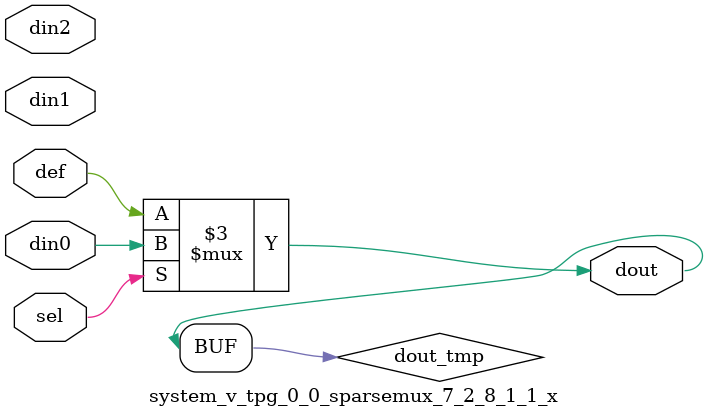
<source format=v>
`timescale 1ns / 1ps

module system_v_tpg_0_0_sparsemux_7_2_8_1_1_x (din0,din1,din2,def,sel,dout);

parameter din0_WIDTH = 1;

parameter din1_WIDTH = 1;

parameter din2_WIDTH = 1;

parameter def_WIDTH = 1;
parameter sel_WIDTH = 1;
parameter dout_WIDTH = 1;

parameter [sel_WIDTH-1:0] CASE0 = 1;

parameter [sel_WIDTH-1:0] CASE1 = 1;

parameter [sel_WIDTH-1:0] CASE2 = 1;

parameter ID = 1;
parameter NUM_STAGE = 1;



input [din0_WIDTH-1:0] din0;

input [din1_WIDTH-1:0] din1;

input [din2_WIDTH-1:0] din2;

input [def_WIDTH-1:0] def;
input [sel_WIDTH-1:0] sel;

output [dout_WIDTH-1:0] dout;



reg [dout_WIDTH-1:0] dout_tmp;


always @ (*) begin
(* parallel_case *) case (sel)
    
    CASE0 : dout_tmp = din0;
    
    CASE1 : dout_tmp = din1;
    
    CASE2 : dout_tmp = din2;
    
    default : dout_tmp = def;
endcase
end


assign dout = dout_tmp;



endmodule

</source>
